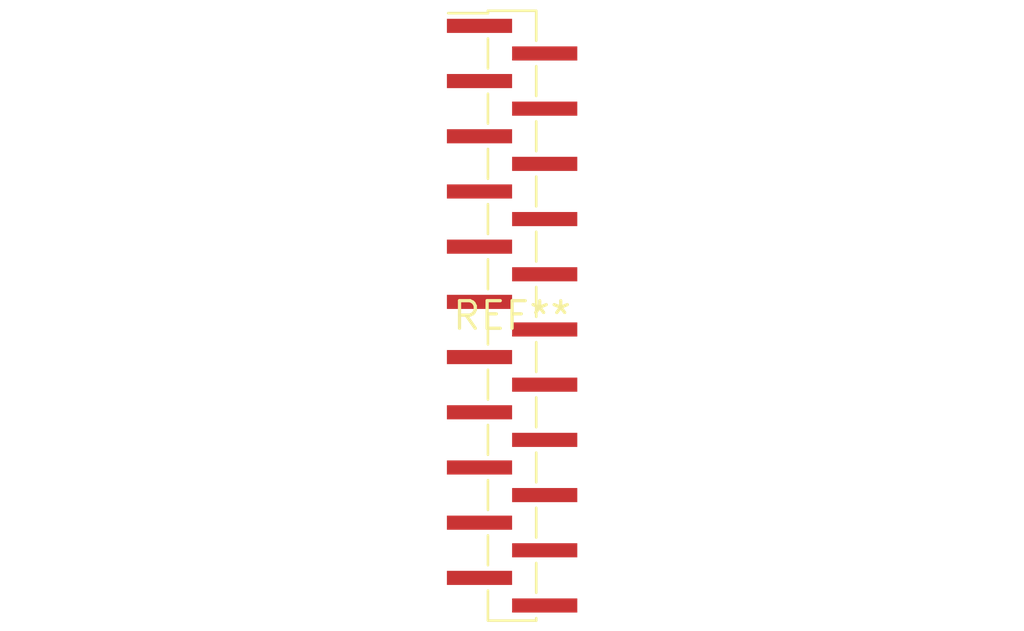
<source format=kicad_pcb>
(kicad_pcb (version 20240108) (generator pcbnew)
  (layers (0 "F.Cu" signal) (31 "B.Cu" signal) (34 "B.Paste" user) (35 "F.Paste" user) (36 "B.SilkS" user "B.Silkscreen") (37 "F.SilkS" user "F.Silkscreen") (38 "B.Mask" user) (39 "F.Mask" user) (44 "Edge.Cuts" user))
  (net 0 "")
  (footprint "PinHeader_1x22_P1.27mm_Vertical_SMD_Pin1Left" (layer "F.Cu") (at 0 0)
    (property "Reference" "REF**")
    (property "Value" "PinHeader_1x22_P1.27mm_Vertical_SMD_Pin1Left")
    (fp_line (start -1.11 -14.03) (end -1.11 -13.92) (layer "F.SilkS") (stroke (width 0.12)))
    (fp_line (start -1.11 -14.03) (end 1.11 -14.03) (layer "F.SilkS") (stroke (width 0.12)))
    (fp_line (start -1.11 -13.92) (end -2.94 -13.92) (layer "F.SilkS") (stroke (width 0.12)))
    (fp_line (start -1.11 -12.75) (end -1.11 -11.38) (layer "F.SilkS") (stroke (width 0.12)))
    (fp_line (start -1.11 -10.21) (end -1.11 -8.84) (layer "F.SilkS") (stroke (width 0.12)))
    (fp_line (start -1.11 -7.67) (end -1.11 -6.3) (layer "F.SilkS") (stroke (width 0.12)))
    (fp_line (start -1.11 -5.13) (end -1.11 -3.76) (layer "F.SilkS") (stroke (width 0.12)))
    (fp_line (start -1.11 -2.59) (end -1.11 -1.22) (layer "F.SilkS") (stroke (width 0.12)))
    (fp_line (start -1.11 -0.05) (end -1.11 1.32) (layer "F.SilkS") (stroke (width 0.12)))
    (fp_line (start -1.11 2.49) (end -1.11 3.86) (layer "F.SilkS") (stroke (width 0.12)))
    (fp_line (start -1.11 5.03) (end -1.11 6.4) (layer "F.SilkS") (stroke (width 0.12)))
    (fp_line (start -1.11 7.57) (end -1.11 8.94) (layer "F.SilkS") (stroke (width 0.12)))
    (fp_line (start -1.11 10.11) (end -1.11 11.48) (layer "F.SilkS") (stroke (width 0.12)))
    (fp_line (start -1.11 12.65) (end -1.11 14.02) (layer "F.SilkS") (stroke (width 0.12)))
    (fp_line (start -1.11 14.03) (end 1.11 14.03) (layer "F.SilkS") (stroke (width 0.12)))
    (fp_line (start 1.11 -14.02) (end 1.11 -12.65) (layer "F.SilkS") (stroke (width 0.12)))
    (fp_line (start 1.11 -11.48) (end 1.11 -10.11) (layer "F.SilkS") (stroke (width 0.12)))
    (fp_line (start 1.11 -8.94) (end 1.11 -7.57) (layer "F.SilkS") (stroke (width 0.12)))
    (fp_line (start 1.11 -6.4) (end 1.11 -5.03) (layer "F.SilkS") (stroke (width 0.12)))
    (fp_line (start 1.11 -3.86) (end 1.11 -2.49) (layer "F.SilkS") (stroke (width 0.12)))
    (fp_line (start 1.11 -1.32) (end 1.11 0.05) (layer "F.SilkS") (stroke (width 0.12)))
    (fp_line (start 1.11 1.22) (end 1.11 2.59) (layer "F.SilkS") (stroke (width 0.12)))
    (fp_line (start 1.11 3.76) (end 1.11 5.13) (layer "F.SilkS") (stroke (width 0.12)))
    (fp_line (start 1.11 6.3) (end 1.11 7.67) (layer "F.SilkS") (stroke (width 0.12)))
    (fp_line (start 1.11 8.84) (end 1.11 10.21) (layer "F.SilkS") (stroke (width 0.12)))
    (fp_line (start 1.11 11.38) (end 1.11 12.75) (layer "F.SilkS") (stroke (width 0.12)))
    (fp_line (start 1.11 13.92) (end 1.11 14.03) (layer "F.SilkS") (stroke (width 0.12)))
    (pad "1" smd rect (at -1.5 -13.335) (size 3 0.65) (layers "F.Cu" "F.Paste" "F.Mask"))
    (pad "2" smd rect (at 1.5 -12.065) (size 3 0.65) (layers "F.Cu" "F.Paste" "F.Mask"))
    (pad "3" smd rect (at -1.5 -10.795) (size 3 0.65) (layers "F.Cu" "F.Paste" "F.Mask"))
    (pad "4" smd rect (at 1.5 -9.525) (size 3 0.65) (layers "F.Cu" "F.Paste" "F.Mask"))
    (pad "5" smd rect (at -1.5 -8.255) (size 3 0.65) (layers "F.Cu" "F.Paste" "F.Mask"))
    (pad "6" smd rect (at 1.5 -6.985) (size 3 0.65) (layers "F.Cu" "F.Paste" "F.Mask"))
    (pad "7" smd rect (at -1.5 -5.715) (size 3 0.65) (layers "F.Cu" "F.Paste" "F.Mask"))
    (pad "8" smd rect (at 1.5 -4.445) (size 3 0.65) (layers "F.Cu" "F.Paste" "F.Mask"))
    (pad "9" smd rect (at -1.5 -3.175) (size 3 0.65) (layers "F.Cu" "F.Paste" "F.Mask"))
    (pad "10" smd rect (at 1.5 -1.905) (size 3 0.65) (layers "F.Cu" "F.Paste" "F.Mask"))
    (pad "11" smd rect (at -1.5 -0.635) (size 3 0.65) (layers "F.Cu" "F.Paste" "F.Mask"))
    (pad "12" smd rect (at 1.5 0.635) (size 3 0.65) (layers "F.Cu" "F.Paste" "F.Mask"))
    (pad "13" smd rect (at -1.5 1.905) (size 3 0.65) (layers "F.Cu" "F.Paste" "F.Mask"))
    (pad "14" smd rect (at 1.5 3.175) (size 3 0.65) (layers "F.Cu" "F.Paste" "F.Mask"))
    (pad "15" smd rect (at -1.5 4.445) (size 3 0.65) (layers "F.Cu" "F.Paste" "F.Mask"))
    (pad "16" smd rect (at 1.5 5.715) (size 3 0.65) (layers "F.Cu" "F.Paste" "F.Mask"))
    (pad "17" smd rect (at -1.5 6.985) (size 3 0.65) (layers "F.Cu" "F.Paste" "F.Mask"))
    (pad "18" smd rect (at 1.5 8.255) (size 3 0.65) (layers "F.Cu" "F.Paste" "F.Mask"))
    (pad "19" smd rect (at -1.5 9.525) (size 3 0.65) (layers "F.Cu" "F.Paste" "F.Mask"))
    (pad "20" smd rect (at 1.5 10.795) (size 3 0.65) (layers "F.Cu" "F.Paste" "F.Mask"))
    (pad "21" smd rect (at -1.5 12.065) (size 3 0.65) (layers "F.Cu" "F.Paste" "F.Mask"))
    (pad "22" smd rect (at 1.5 13.335) (size 3 0.65) (layers "F.Cu" "F.Paste" "F.Mask"))
  )
)
</source>
